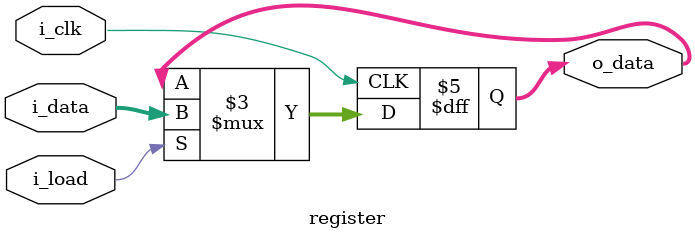
<source format=v>
`default_nettype none

module register (i_clk, i_load, i_data, o_data);
  input i_clk;
  input i_load;
  input [15:0] i_data;
  output reg [15:0] o_data = 16'h0000;

always @ (posedge i_clk) begin
  if (i_load) begin
    o_data <= i_data;
  end
end

endmodule

</source>
